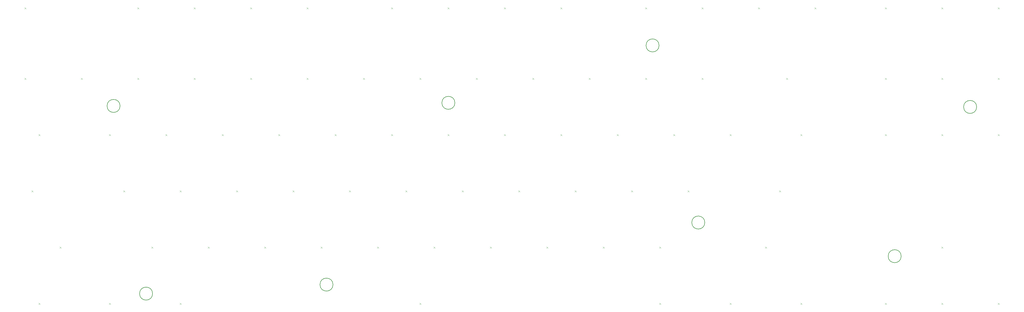
<source format=gbr>
%TF.GenerationSoftware,KiCad,Pcbnew,7.0.6*%
%TF.CreationDate,2024-04-22T10:23:55+02:00*%
%TF.ProjectId,Arius80-HE,41726975-7338-4302-9d48-452e6b696361,rev?*%
%TF.SameCoordinates,Original*%
%TF.FileFunction,Other,Comment*%
%FSLAX46Y46*%
G04 Gerber Fmt 4.6, Leading zero omitted, Abs format (unit mm)*
G04 Created by KiCad (PCBNEW 7.0.6) date 2024-04-22 10:23:55*
%MOMM*%
%LPD*%
G01*
G04 APERTURE LIST*
%ADD10C,0.150000*%
%ADD11C,0.100000*%
G04 APERTURE END LIST*
D10*
%TO.C,H3*%
X95060000Y-173600000D02*
G75*
G03*
X95060000Y-173600000I-2200000J0D01*
G01*
%TO.C,H7*%
X373250000Y-110380000D02*
G75*
G03*
X373250000Y-110380000I-2200000J0D01*
G01*
%TO.C,H4*%
X197110000Y-108990000D02*
G75*
G03*
X197110000Y-108990000I-2200000J0D01*
G01*
%TO.C,H1*%
X84080000Y-110040000D02*
G75*
G03*
X84080000Y-110040000I-2200000J0D01*
G01*
%TO.C,H6*%
X281480000Y-149530000D02*
G75*
G03*
X281480000Y-149530000I-2200000J0D01*
G01*
%TO.C,H2*%
X266040000Y-89550000D02*
G75*
G03*
X266040000Y-89550000I-2200000J0D01*
G01*
%TO.C,H5*%
X155960000Y-170550000D02*
G75*
G03*
X155960000Y-170550000I-2200000J0D01*
G01*
%TO.C,H8*%
X347780000Y-160930000D02*
G75*
G03*
X347780000Y-160930000I-2200000J0D01*
G01*
D11*
%TO.C,HALL34*%
X57096500Y-120116500D02*
X56588500Y-119608500D01*
X57096500Y-119608500D02*
X56588500Y-120116500D01*
%TO.C,HALL13*%
X319034000Y-77254000D02*
X318526000Y-76746000D01*
X319034000Y-76746000D02*
X318526000Y-77254000D01*
%TO.C,HALL17*%
X52334000Y-101066500D02*
X51826000Y-100558500D01*
X52334000Y-100558500D02*
X51826000Y-101066500D01*
%TO.C,HALL55*%
X142821500Y-139166500D02*
X142313500Y-138658500D01*
X142821500Y-138658500D02*
X142313500Y-139166500D01*
%TO.C,HALL32*%
X361896500Y-101066500D02*
X361388500Y-100558500D01*
X361896500Y-100558500D02*
X361388500Y-101066500D01*
%TO.C,HALL77*%
X57096500Y-177266500D02*
X56588500Y-176758500D01*
X57096500Y-176758500D02*
X56588500Y-177266500D01*
%TO.C,HALL4*%
X128534000Y-77254000D02*
X128026000Y-76746000D01*
X128534000Y-76746000D02*
X128026000Y-77254000D01*
%TO.C,HALL59*%
X219021500Y-139166500D02*
X218513500Y-138658500D01*
X219021500Y-138658500D02*
X218513500Y-139166500D01*
%TO.C,HALL86*%
X380946500Y-177266500D02*
X380438500Y-176758500D01*
X380946500Y-176758500D02*
X380438500Y-177266500D01*
%TO.C,HALL8*%
X214259000Y-77254000D02*
X213751000Y-76746000D01*
X214259000Y-76746000D02*
X213751000Y-77254000D01*
%TO.C,HALL64*%
X64240250Y-158216500D02*
X63732250Y-157708500D01*
X64240250Y-157708500D02*
X63732250Y-158216500D01*
%TO.C,HALL35*%
X80909000Y-120116500D02*
X80401000Y-119608500D01*
X80909000Y-119608500D02*
X80401000Y-120116500D01*
%TO.C,HALL42*%
X214259000Y-120116500D02*
X213751000Y-119608500D01*
X214259000Y-119608500D02*
X213751000Y-120116500D01*
%TO.C,HALL21*%
X128534000Y-101066500D02*
X128026000Y-100558500D01*
X128534000Y-100558500D02*
X128026000Y-101066500D01*
%TO.C,HALL3*%
X109484000Y-77254000D02*
X108976000Y-76746000D01*
X109484000Y-76746000D02*
X108976000Y-77254000D01*
%TO.C,HALL20*%
X109484000Y-101066500D02*
X108976000Y-100558500D01*
X109484000Y-100558500D02*
X108976000Y-101066500D01*
%TO.C,HALL2*%
X90434000Y-77254000D02*
X89926000Y-76746000D01*
X90434000Y-76746000D02*
X89926000Y-77254000D01*
%TO.C,HALL38*%
X138059000Y-120116500D02*
X137551000Y-119608500D01*
X138059000Y-119608500D02*
X137551000Y-120116500D01*
%TO.C,HALL83*%
X314271500Y-177266500D02*
X313763500Y-176758500D01*
X314271500Y-176758500D02*
X313763500Y-177266500D01*
%TO.C,HALL65*%
X95196500Y-158216500D02*
X94688500Y-157708500D01*
X95196500Y-157708500D02*
X94688500Y-158216500D01*
%TO.C,HALL85*%
X361896500Y-177266500D02*
X361388500Y-176758500D01*
X361896500Y-176758500D02*
X361388500Y-177266500D01*
%TO.C,HALL40*%
X176159000Y-120116500D02*
X175651000Y-119608500D01*
X176159000Y-119608500D02*
X175651000Y-120116500D01*
%TO.C,HALL47*%
X314271500Y-120116500D02*
X313763500Y-119608500D01*
X314271500Y-119608500D02*
X313763500Y-120116500D01*
%TO.C,HALL7*%
X195209000Y-77254000D02*
X194701000Y-76746000D01*
X195209000Y-76746000D02*
X194701000Y-77254000D01*
%TO.C,HALL81*%
X266646500Y-177266500D02*
X266138500Y-176758500D01*
X266646500Y-176758500D02*
X266138500Y-177266500D01*
%TO.C,HALL79*%
X104721500Y-177266500D02*
X104213500Y-176758500D01*
X104721500Y-176758500D02*
X104213500Y-177266500D01*
%TO.C,HALL15*%
X361896500Y-77254000D02*
X361388500Y-76746000D01*
X361896500Y-76746000D02*
X361388500Y-77254000D01*
%TO.C,HALL25*%
X204734000Y-101066500D02*
X204226000Y-100558500D01*
X204734000Y-100558500D02*
X204226000Y-101066500D01*
%TO.C,HALL58*%
X199971500Y-139166500D02*
X199463500Y-138658500D01*
X199971500Y-138658500D02*
X199463500Y-139166500D01*
%TO.C,HALL84*%
X342846500Y-177266500D02*
X342338500Y-176758500D01*
X342846500Y-176758500D02*
X342338500Y-177266500D01*
%TO.C,HALL71*%
X209496500Y-158216500D02*
X208988500Y-157708500D01*
X209496500Y-157708500D02*
X208988500Y-158216500D01*
%TO.C,HALL80*%
X185684000Y-177266500D02*
X185176000Y-176758500D01*
X185684000Y-176758500D02*
X185176000Y-177266500D01*
%TO.C,HALL14*%
X342846500Y-77254000D02*
X342338500Y-76746000D01*
X342846500Y-76746000D02*
X342338500Y-77254000D01*
%TO.C,HALL43*%
X233309000Y-120116500D02*
X232801000Y-119608500D01*
X233309000Y-119608500D02*
X232801000Y-120116500D01*
%TO.C,HALL30*%
X309509000Y-101066500D02*
X309001000Y-100558500D01*
X309509000Y-100558500D02*
X309001000Y-101066500D01*
%TO.C,HALL41*%
X195209000Y-120116500D02*
X194701000Y-119608500D01*
X195209000Y-119608500D02*
X194701000Y-120116500D01*
%TO.C,HALL16*%
X380946500Y-77254000D02*
X380438500Y-76746000D01*
X380946500Y-76746000D02*
X380438500Y-77254000D01*
%TO.C,HALL27*%
X242834000Y-101066500D02*
X242326000Y-100558500D01*
X242834000Y-100558500D02*
X242326000Y-101066500D01*
%TO.C,HALL22*%
X147584000Y-101066500D02*
X147076000Y-100558500D01*
X147584000Y-100558500D02*
X147076000Y-101066500D01*
%TO.C,HALL75*%
X302365250Y-158216500D02*
X301857250Y-157708500D01*
X302365250Y-157708500D02*
X301857250Y-158216500D01*
%TO.C,HALL67*%
X133296500Y-158216500D02*
X132788500Y-157708500D01*
X133296500Y-157708500D02*
X132788500Y-158216500D01*
%TO.C,HALL72*%
X228546500Y-158216500D02*
X228038500Y-157708500D01*
X228546500Y-157708500D02*
X228038500Y-158216500D01*
%TO.C,HALL1*%
X52334000Y-77254000D02*
X51826000Y-76746000D01*
X52334000Y-76746000D02*
X51826000Y-77254000D01*
%TO.C,HALL76*%
X361896500Y-158216500D02*
X361388500Y-157708500D01*
X361896500Y-157708500D02*
X361388500Y-158216500D01*
%TO.C,HALL10*%
X261884000Y-77254000D02*
X261376000Y-76746000D01*
X261884000Y-76746000D02*
X261376000Y-77254000D01*
%TO.C,HALL31*%
X342846500Y-101066500D02*
X342338500Y-100558500D01*
X342846500Y-100558500D02*
X342338500Y-101066500D01*
%TO.C,HALL50*%
X380946500Y-120116500D02*
X380438500Y-119608500D01*
X380946500Y-119608500D02*
X380438500Y-120116500D01*
%TO.C,HALL57*%
X180921500Y-139166500D02*
X180413500Y-138658500D01*
X180921500Y-138658500D02*
X180413500Y-139166500D01*
%TO.C,HALL48*%
X342846500Y-120116500D02*
X342338500Y-119608500D01*
X342846500Y-119608500D02*
X342338500Y-120116500D01*
%TO.C,HALL26*%
X223784000Y-101066500D02*
X223276000Y-100558500D01*
X223784000Y-100558500D02*
X223276000Y-101066500D01*
%TO.C,HALL23*%
X166634000Y-101066500D02*
X166126000Y-100558500D01*
X166634000Y-100558500D02*
X166126000Y-101066500D01*
%TO.C,HALL45*%
X271409000Y-120116500D02*
X270901000Y-119608500D01*
X271409000Y-119608500D02*
X270901000Y-120116500D01*
%TO.C,HALL74*%
X266646500Y-158216500D02*
X266138500Y-157708500D01*
X266646500Y-157708500D02*
X266138500Y-158216500D01*
%TO.C,HALL82*%
X290459000Y-177266500D02*
X289951000Y-176758500D01*
X290459000Y-176758500D02*
X289951000Y-177266500D01*
%TO.C,HALL6*%
X176159000Y-77254000D02*
X175651000Y-76746000D01*
X176159000Y-76746000D02*
X175651000Y-77254000D01*
%TO.C,HALL12*%
X299984000Y-77254000D02*
X299476000Y-76746000D01*
X299984000Y-76746000D02*
X299476000Y-77254000D01*
%TO.C,HALL46*%
X290459000Y-120116500D02*
X289951000Y-119608500D01*
X290459000Y-119608500D02*
X289951000Y-120116500D01*
%TO.C,HALL73*%
X247596500Y-158216500D02*
X247088500Y-157708500D01*
X247596500Y-157708500D02*
X247088500Y-158216500D01*
%TO.C,HALL78*%
X80909000Y-177266500D02*
X80401000Y-176758500D01*
X80909000Y-176758500D02*
X80401000Y-177266500D01*
%TO.C,HALL33*%
X380946500Y-101066500D02*
X380438500Y-100558500D01*
X380946500Y-100558500D02*
X380438500Y-101066500D01*
%TO.C,HALL11*%
X280934000Y-77254000D02*
X280426000Y-76746000D01*
X280934000Y-76746000D02*
X280426000Y-77254000D01*
%TO.C,HALL39*%
X157109000Y-120116500D02*
X156601000Y-119608500D01*
X157109000Y-119608500D02*
X156601000Y-120116500D01*
%TO.C,HALL36*%
X99959000Y-120116500D02*
X99451000Y-119608500D01*
X99959000Y-119608500D02*
X99451000Y-120116500D01*
%TO.C,HALL18*%
X71384000Y-101066500D02*
X70876000Y-100558500D01*
X71384000Y-100558500D02*
X70876000Y-101066500D01*
%TO.C,HALL5*%
X147584000Y-77254000D02*
X147076000Y-76746000D01*
X147584000Y-76746000D02*
X147076000Y-77254000D01*
%TO.C,HALL54*%
X123771500Y-139166500D02*
X123263500Y-138658500D01*
X123771500Y-138658500D02*
X123263500Y-139166500D01*
%TO.C,HALL52*%
X85671500Y-139166500D02*
X85163500Y-138658500D01*
X85671500Y-138658500D02*
X85163500Y-139166500D01*
%TO.C,HALL61*%
X257121500Y-139166500D02*
X256613500Y-138658500D01*
X257121500Y-138658500D02*
X256613500Y-139166500D01*
%TO.C,HALL62*%
X276171500Y-139166500D02*
X275663500Y-138658500D01*
X276171500Y-138658500D02*
X275663500Y-139166500D01*
%TO.C,HALL68*%
X152346500Y-158216500D02*
X151838500Y-157708500D01*
X152346500Y-157708500D02*
X151838500Y-158216500D01*
%TO.C,HALL51*%
X54715250Y-139166500D02*
X54207250Y-138658500D01*
X54715250Y-138658500D02*
X54207250Y-139166500D01*
%TO.C,HALL37*%
X119009000Y-120116500D02*
X118501000Y-119608500D01*
X119009000Y-119608500D02*
X118501000Y-120116500D01*
%TO.C,HALL9*%
X233309000Y-77254000D02*
X232801000Y-76746000D01*
X233309000Y-76746000D02*
X232801000Y-77254000D01*
%TO.C,HALL19*%
X90434000Y-101066500D02*
X89926000Y-100558500D01*
X90434000Y-100558500D02*
X89926000Y-101066500D01*
%TO.C,HALL60*%
X238071500Y-139166500D02*
X237563500Y-138658500D01*
X238071500Y-138658500D02*
X237563500Y-139166500D01*
%TO.C,HALL63*%
X307127750Y-139166500D02*
X306619750Y-138658500D01*
X307127750Y-138658500D02*
X306619750Y-139166500D01*
%TO.C,HALL69*%
X171396500Y-158216500D02*
X170888500Y-157708500D01*
X171396500Y-157708500D02*
X170888500Y-158216500D01*
%TO.C,HALL70*%
X190446500Y-158216500D02*
X189938500Y-157708500D01*
X190446500Y-157708500D02*
X189938500Y-158216500D01*
%TO.C,HALL28*%
X261884000Y-101066500D02*
X261376000Y-100558500D01*
X261884000Y-100558500D02*
X261376000Y-101066500D01*
%TO.C,HALL56*%
X161871500Y-139166500D02*
X161363500Y-138658500D01*
X161871500Y-138658500D02*
X161363500Y-139166500D01*
%TO.C,HALL29*%
X280934000Y-101066500D02*
X280426000Y-100558500D01*
X280934000Y-100558500D02*
X280426000Y-101066500D01*
%TO.C,HALL49*%
X361896500Y-120116500D02*
X361388500Y-119608500D01*
X361896500Y-119608500D02*
X361388500Y-120116500D01*
%TO.C,HALL53*%
X104721500Y-139166500D02*
X104213500Y-138658500D01*
X104721500Y-138658500D02*
X104213500Y-139166500D01*
%TO.C,HALL24*%
X185684000Y-101066500D02*
X185176000Y-100558500D01*
X185684000Y-100558500D02*
X185176000Y-101066500D01*
%TO.C,HALL66*%
X114246500Y-158216500D02*
X113738500Y-157708500D01*
X114246500Y-157708500D02*
X113738500Y-158216500D01*
%TO.C,HALL44*%
X252359000Y-120116500D02*
X251851000Y-119608500D01*
X252359000Y-119608500D02*
X251851000Y-120116500D01*
%TD*%
M02*

</source>
